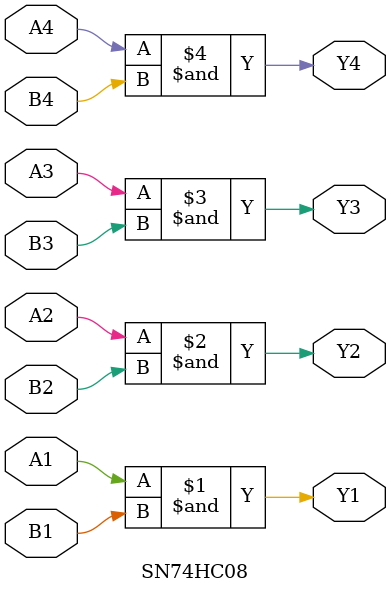
<source format=sv>


module SN74HC08(
	A1,
	B1,
	A2,
	B2,
	A3,
	B3,
	A4,
	B4,
	Y1,
	Y2,
	Y3,
	Y4
);


input wire	A1;
input wire	B1;
input wire	A2;
input wire	B2;
input wire	A3;
input wire	B3;
input wire	A4;
input wire	B4;
output wire	Y1;
output wire	Y2;
output wire	Y3;
output wire	Y4;





assign	Y1 = A1 & B1;

assign	Y2 = A2 & B2;

assign	Y3 = A3 & B3;

assign	Y4 = A4 & B4;


endmodule

</source>
